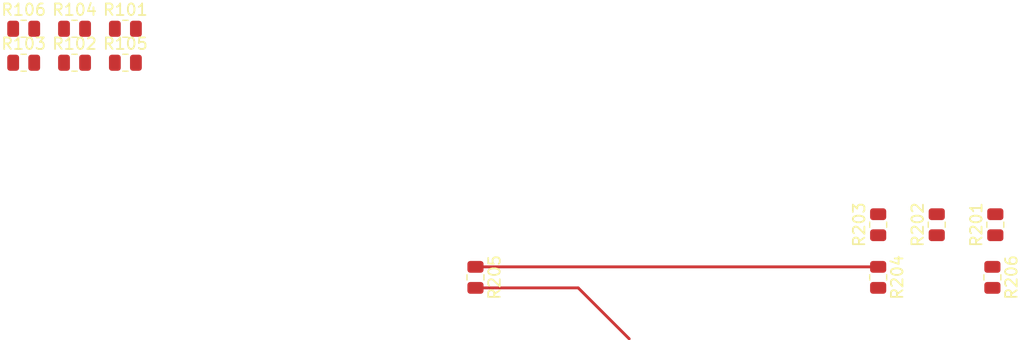
<source format=kicad_pcb>
(kicad_pcb (version 20210925) (generator pcbnew)
  (layers (0 "F.Cu" signal) (31 "B.Cu" signal) (34 "B.Paste" user) (35 "F.Paste" user) (36 "B.SilkS" user "B.Silkscreen") (37 "F.SilkS" user "F.Silkscreen") (38 "B.Mask" user) (39 "F.Mask" user) (44 "Edge.Cuts" user))
  (net 0 "")
  (net 1 "/RES_HIGH_SIDE")
  (net 2 "/RES_COMMON")
  (net 3 "/RES_LOW_SIDE")
  (footprint "Resistor_SMD:R_0805_2012Metric" (layer "F.Cu") (at 120.142 90.58)
    (fp_text reference "R105" (at 0 -1.65) (layer "F.SilkS"))
    (fp_text value "R")
    (fp_line (start -0.227064 0.735) (end 0.227064 0.735) (layer "F.SilkS") (width 0.12))
    (fp_line (start -0.227064 -0.735) (end 0.227064 -0.735) (layer "F.SilkS") (width 0.12))
    (pad "1" smd roundrect locked (at -0.9125 0) (size 1.025 1.4) (layers "F.Cu" "F.Paste" "F.Mask") (roundrect_rratio 0.243902) (net 2 "/RES_COMMON"))
    (pad "2" smd roundrect locked (at 0.9125 0) (size 1.025 1.4) (layers "F.Cu" "F.Paste" "F.Mask") (roundrect_rratio 0.243902) (net 3 "/RES_LOW_SIDE"))
  )
  (footprint "Resistor_SMD:R_0805_2012Metric" (layer "F.Cu") (at 185.42 109.22 -90)
    (fp_text reference "R204" (at 0 -1.65 90) (layer "F.SilkS"))
    (fp_text value "R")
    (fp_line (start -0.227064 0.735) (end 0.227064 0.735) (layer "F.SilkS") (width 0.12))
    (fp_line (start -0.227064 -0.735) (end 0.227064 -0.735) (layer "F.SilkS") (width 0.12))
    (pad "1" smd roundrect locked (at -0.9125 0 270) (size 1.025 1.4) (layers "F.Cu" "F.Paste" "F.Mask") (roundrect_rratio 0.243902) (net 2 "/RES_COMMON"))
    (pad "2" smd roundrect locked (at 0.9125 0 270) (size 1.025 1.4) (layers "F.Cu" "F.Paste" "F.Mask") (roundrect_rratio 0.243902) (net 3 "/RES_LOW_SIDE"))
  )
  (footprint "Resistor_SMD:R_0805_2012Metric" (layer "F.Cu") (at 115.732 90.58)
    (fp_text reference "R102" (at 0 -1.65) (layer "F.SilkS"))
    (fp_text value "R")
    (fp_line (start -0.227064 -0.735) (end 0.227064 -0.735) (layer "F.SilkS") (width 0.12))
    (fp_line (start -0.227064 0.735) (end 0.227064 0.735) (layer "F.SilkS") (width 0.12))
    (pad "1" smd roundrect locked (at -0.9125 0) (size 1.025 1.4) (layers "F.Cu" "F.Paste" "F.Mask") (roundrect_rratio 0.243902) (net 1 "/RES_HIGH_SIDE"))
    (pad "2" smd roundrect locked (at 0.9125 0) (size 1.025 1.4) (layers "F.Cu" "F.Paste" "F.Mask") (roundrect_rratio 0.243902) (net 2 "/RES_COMMON"))
  )
  (footprint "Resistor_SMD:R_0805_2012Metric" (layer "F.Cu") (at 185.42 104.648 90)
    (fp_text reference "R203" (at 0 -1.65 90) (layer "F.SilkS"))
    (fp_text value "R")
    (fp_line (start -0.227064 0.735) (end 0.227064 0.735) (layer "F.SilkS") (width 0.12))
    (fp_line (start -0.227064 -0.735) (end 0.227064 -0.735) (layer "F.SilkS") (width 0.12))
    (pad "1" smd roundrect locked (at -0.9125 0 90) (size 1.025 1.4) (layers "F.Cu" "F.Paste" "F.Mask") (roundrect_rratio 0.243902) (net 1 "/RES_HIGH_SIDE"))
    (pad "2" smd roundrect locked (at 0.9125 0 90) (size 1.025 1.4) (layers "F.Cu" "F.Paste" "F.Mask") (roundrect_rratio 0.243902) (net 2 "/RES_COMMON"))
  )
  (footprint "Resistor_SMD:R_0805_2012Metric" (layer "F.Cu") (at 111.322 90.58)
    (fp_text reference "R103" (at 0 -1.65) (layer "F.SilkS"))
    (fp_text value "R")
    (fp_line (start -0.227064 0.735) (end 0.227064 0.735) (layer "F.SilkS") (width 0.12))
    (fp_line (start -0.227064 -0.735) (end 0.227064 -0.735) (layer "F.SilkS") (width 0.12))
    (pad "1" smd roundrect locked (at -0.9125 0) (size 1.025 1.4) (layers "F.Cu" "F.Paste" "F.Mask") (roundrect_rratio 0.243902) (net 1 "/RES_HIGH_SIDE"))
    (pad "2" smd roundrect locked (at 0.9125 0) (size 1.025 1.4) (layers "F.Cu" "F.Paste" "F.Mask") (roundrect_rratio 0.243902) (net 2 "/RES_COMMON"))
  )
  (footprint "Resistor_SMD:R_0805_2012Metric" (layer "F.Cu") (at 195.326 109.22 -90)
    (fp_text reference "R206" (at 0 -1.65 90) (layer "F.SilkS"))
    (fp_text value "R")
    (fp_line (start -0.227064 0.735) (end 0.227064 0.735) (layer "F.SilkS") (width 0.12))
    (fp_line (start -0.227064 -0.735) (end 0.227064 -0.735) (layer "F.SilkS") (width 0.12))
    (pad "1" smd roundrect locked (at -0.9125 0 270) (size 1.025 1.4) (layers "F.Cu" "F.Paste" "F.Mask") (roundrect_rratio 0.243902) (net 2 "/RES_COMMON"))
    (pad "2" smd roundrect locked (at 0.9125 0 270) (size 1.025 1.4) (layers "F.Cu" "F.Paste" "F.Mask") (roundrect_rratio 0.243902) (net 3 "/RES_LOW_SIDE"))
  )
  (footprint "Resistor_SMD:R_0805_2012Metric" (layer "F.Cu") (at 150.5 109.22 -90)
    (fp_text reference "R205" (at 0 -1.65 90) (layer "F.SilkS"))
    (fp_text value "R")
    (fp_line (start -0.227064 0.735) (end 0.227064 0.735) (layer "F.SilkS") (width 0.12))
    (fp_line (start -0.227064 -0.735) (end 0.227064 -0.735) (layer "F.SilkS") (width 0.12))
    (pad "1" smd roundrect locked (at -0.9125 0 270) (size 1.025 1.4) (layers "F.Cu" "F.Paste" "F.Mask") (roundrect_rratio 0.243902) (net 2 "/RES_COMMON"))
    (pad "2" smd roundrect locked (at 0.9125 0 270) (size 1.025 1.4) (layers "F.Cu" "F.Paste" "F.Mask") (roundrect_rratio 0.243902) (net 3 "/RES_LOW_SIDE"))
  )
  (footprint "Resistor_SMD:R_0805_2012Metric" (layer "F.Cu") (at 115.732 87.63)
    (fp_text reference "R104" (at 0 -1.65) (layer "F.SilkS"))
    (fp_text value "R")
    (fp_line (start -0.227064 -0.735) (end 0.227064 -0.735) (layer "F.SilkS") (width 0.12))
    (fp_line (start -0.227064 0.735) (end 0.227064 0.735) (layer "F.SilkS") (width 0.12))
    (pad "1" smd roundrect locked (at -0.9125 0) (size 1.025 1.4) (layers "F.Cu" "F.Paste" "F.Mask") (roundrect_rratio 0.243902) (net 2 "/RES_COMMON"))
    (pad "2" smd roundrect locked (at 0.9125 0) (size 1.025 1.4) (layers "F.Cu" "F.Paste" "F.Mask") (roundrect_rratio 0.243902) (net 3 "/RES_LOW_SIDE"))
  )
  (footprint "Resistor_SMD:R_0805_2012Metric" (layer "F.Cu") (at 120.142 87.63)
    (fp_text reference "R101" (at 0 -1.65) (layer "F.SilkS"))
    (fp_text value "R")
    (fp_line (start -0.227064 -0.735) (end 0.227064 -0.735) (layer "F.SilkS") (width 0.12))
    (fp_line (start -0.227064 0.735) (end 0.227064 0.735) (layer "F.SilkS") (width 0.12))
    (pad "1" smd roundrect locked (at -0.9125 0) (size 1.025 1.4) (layers "F.Cu" "F.Paste" "F.Mask") (roundrect_rratio 0.243902) (net 1 "/RES_HIGH_SIDE"))
    (pad "2" smd roundrect locked (at 0.9125 0) (size 1.025 1.4) (layers "F.Cu" "F.Paste" "F.Mask") (roundrect_rratio 0.243902) (net 2 "/RES_COMMON"))
  )
  (footprint "Resistor_SMD:R_0805_2012Metric" (layer "F.Cu") (at 111.322 87.63)
    (fp_text reference "R106" (at 0 -1.65) (layer "F.SilkS"))
    (fp_text value "R")
    (fp_line (start -0.227064 0.735) (end 0.227064 0.735) (layer "F.SilkS") (width 0.12))
    (fp_line (start -0.227064 -0.735) (end 0.227064 -0.735) (layer "F.SilkS") (width 0.12))
    (pad "1" smd roundrect locked (at -0.9125 0) (size 1.025 1.4) (layers "F.Cu" "F.Paste" "F.Mask") (roundrect_rratio 0.243902) (net 2 "/RES_COMMON"))
    (pad "2" smd roundrect locked (at 0.9125 0) (size 1.025 1.4) (layers "F.Cu" "F.Paste" "F.Mask") (roundrect_rratio 0.243902) (net 3 "/RES_LOW_SIDE"))
  )
  (footprint "Resistor_SMD:R_0805_2012Metric" (layer "F.Cu") (at 195.58 104.648 90)
    (fp_text reference "R201" (at 0 -1.65 90) (layer "F.SilkS"))
    (fp_text value "R")
    (fp_line (start -0.227064 0.735) (end 0.227064 0.735) (layer "F.SilkS") (width 0.12))
    (fp_line (start -0.227064 -0.735) (end 0.227064 -0.735) (layer "F.SilkS") (width 0.12))
    (pad "1" smd roundrect locked (at -0.9125 0 90) (size 1.025 1.4) (layers "F.Cu" "F.Paste" "F.Mask") (roundrect_rratio 0.243902) (net 1 "/RES_HIGH_SIDE"))
    (pad "2" smd roundrect locked (at 0.9125 0 90) (size 1.025 1.4) (layers "F.Cu" "F.Paste" "F.Mask") (roundrect_rratio 0.243902) (net 2 "/RES_COMMON"))
  )
  (footprint "Resistor_SMD:R_0805_2012Metric" (layer "F.Cu") (at 190.5 104.648 90)
    (fp_text reference "R202" (at 0 -1.65 90) (layer "F.SilkS"))
    (fp_text value "R")
    (fp_line (start -0.227064 -0.735) (end 0.227064 -0.735) (layer "F.SilkS") (width 0.12))
    (fp_line (start -0.227064 0.735) (end 0.227064 0.735) (layer "F.SilkS") (width 0.12))
    (pad "1" smd roundrect locked (at -0.9125 0 90) (size 1.025 1.4) (layers "F.Cu" "F.Paste" "F.Mask") (roundrect_rratio 0.243902) (net 1 "/RES_HIGH_SIDE"))
    (pad "2" smd roundrect locked (at 0.9125 0 90) (size 1.025 1.4) (layers "F.Cu" "F.Paste" "F.Mask") (roundrect_rratio 0.243902) (net 2 "/RES_COMMON"))
  )
  (segment (start 150.5 108.3075) (end 185.42 108.3075) (width 0.25) (layer "F.Cu") (net 2))
  (segment (start 159.4085 110.1325) (end 163.83 114.554) (width 0.25) (layer "F.Cu") (net 3))
  (segment (start 150.5 110.1325) (end 159.4085 110.1325) (width 0.25) (layer "F.Cu") (net 3))
)
</source>
